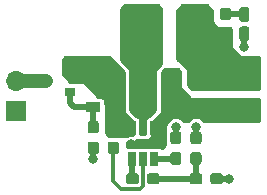
<source format=gtl>
G04 #@! TF.GenerationSoftware,KiCad,Pcbnew,(5.1.2)-1*
G04 #@! TF.CreationDate,2019-05-27T15:40:09+12:00*
G04 #@! TF.ProjectId,TinyBEC,54696e79-4245-4432-9e6b-696361645f70,rev?*
G04 #@! TF.SameCoordinates,Original*
G04 #@! TF.FileFunction,Copper,L1,Top*
G04 #@! TF.FilePolarity,Positive*
%FSLAX46Y46*%
G04 Gerber Fmt 4.6, Leading zero omitted, Abs format (unit mm)*
G04 Created by KiCad (PCBNEW (5.1.2)-1) date 2019-05-27 15:40:09*
%MOMM*%
%LPD*%
G04 APERTURE LIST*
%ADD10C,0.100000*%
%ADD11C,0.950000*%
%ADD12C,1.300000*%
%ADD13R,1.200000X0.900000*%
%ADD14C,0.850000*%
%ADD15R,1.700000X1.700000*%
%ADD16O,1.700000X1.700000*%
%ADD17R,2.400000X4.200000*%
%ADD18R,0.900000X0.800000*%
%ADD19R,0.650000X1.220000*%
%ADD20C,1.150000*%
%ADD21C,0.800000*%
%ADD22C,0.650000*%
%ADD23C,0.500000*%
%ADD24C,1.200000*%
%ADD25C,0.300000*%
%ADD26C,0.250000*%
G04 APERTURE END LIST*
D10*
G36*
X126560779Y-107001144D02*
G01*
X126583834Y-107004563D01*
X126606443Y-107010227D01*
X126628387Y-107018079D01*
X126649457Y-107028044D01*
X126669448Y-107040026D01*
X126688168Y-107053910D01*
X126705438Y-107069562D01*
X126721090Y-107086832D01*
X126734974Y-107105552D01*
X126746956Y-107125543D01*
X126756921Y-107146613D01*
X126764773Y-107168557D01*
X126770437Y-107191166D01*
X126773856Y-107214221D01*
X126775000Y-107237500D01*
X126775000Y-107812500D01*
X126773856Y-107835779D01*
X126770437Y-107858834D01*
X126764773Y-107881443D01*
X126756921Y-107903387D01*
X126746956Y-107924457D01*
X126734974Y-107944448D01*
X126721090Y-107963168D01*
X126705438Y-107980438D01*
X126688168Y-107996090D01*
X126669448Y-108009974D01*
X126649457Y-108021956D01*
X126628387Y-108031921D01*
X126606443Y-108039773D01*
X126583834Y-108045437D01*
X126560779Y-108048856D01*
X126537500Y-108050000D01*
X126062500Y-108050000D01*
X126039221Y-108048856D01*
X126016166Y-108045437D01*
X125993557Y-108039773D01*
X125971613Y-108031921D01*
X125950543Y-108021956D01*
X125930552Y-108009974D01*
X125911832Y-107996090D01*
X125894562Y-107980438D01*
X125878910Y-107963168D01*
X125865026Y-107944448D01*
X125853044Y-107924457D01*
X125843079Y-107903387D01*
X125835227Y-107881443D01*
X125829563Y-107858834D01*
X125826144Y-107835779D01*
X125825000Y-107812500D01*
X125825000Y-107237500D01*
X125826144Y-107214221D01*
X125829563Y-107191166D01*
X125835227Y-107168557D01*
X125843079Y-107146613D01*
X125853044Y-107125543D01*
X125865026Y-107105552D01*
X125878910Y-107086832D01*
X125894562Y-107069562D01*
X125911832Y-107053910D01*
X125930552Y-107040026D01*
X125950543Y-107028044D01*
X125971613Y-107018079D01*
X125993557Y-107010227D01*
X126016166Y-107004563D01*
X126039221Y-107001144D01*
X126062500Y-107000000D01*
X126537500Y-107000000D01*
X126560779Y-107001144D01*
X126560779Y-107001144D01*
G37*
D11*
X126300000Y-107525000D03*
D10*
G36*
X126560779Y-108751144D02*
G01*
X126583834Y-108754563D01*
X126606443Y-108760227D01*
X126628387Y-108768079D01*
X126649457Y-108778044D01*
X126669448Y-108790026D01*
X126688168Y-108803910D01*
X126705438Y-108819562D01*
X126721090Y-108836832D01*
X126734974Y-108855552D01*
X126746956Y-108875543D01*
X126756921Y-108896613D01*
X126764773Y-108918557D01*
X126770437Y-108941166D01*
X126773856Y-108964221D01*
X126775000Y-108987500D01*
X126775000Y-109562500D01*
X126773856Y-109585779D01*
X126770437Y-109608834D01*
X126764773Y-109631443D01*
X126756921Y-109653387D01*
X126746956Y-109674457D01*
X126734974Y-109694448D01*
X126721090Y-109713168D01*
X126705438Y-109730438D01*
X126688168Y-109746090D01*
X126669448Y-109759974D01*
X126649457Y-109771956D01*
X126628387Y-109781921D01*
X126606443Y-109789773D01*
X126583834Y-109795437D01*
X126560779Y-109798856D01*
X126537500Y-109800000D01*
X126062500Y-109800000D01*
X126039221Y-109798856D01*
X126016166Y-109795437D01*
X125993557Y-109789773D01*
X125971613Y-109781921D01*
X125950543Y-109771956D01*
X125930552Y-109759974D01*
X125911832Y-109746090D01*
X125894562Y-109730438D01*
X125878910Y-109713168D01*
X125865026Y-109694448D01*
X125853044Y-109674457D01*
X125843079Y-109653387D01*
X125835227Y-109631443D01*
X125829563Y-109608834D01*
X125826144Y-109585779D01*
X125825000Y-109562500D01*
X125825000Y-108987500D01*
X125826144Y-108964221D01*
X125829563Y-108941166D01*
X125835227Y-108918557D01*
X125843079Y-108896613D01*
X125853044Y-108875543D01*
X125865026Y-108855552D01*
X125878910Y-108836832D01*
X125894562Y-108819562D01*
X125911832Y-108803910D01*
X125930552Y-108790026D01*
X125950543Y-108778044D01*
X125971613Y-108768079D01*
X125993557Y-108760227D01*
X126016166Y-108754563D01*
X126039221Y-108751144D01*
X126062500Y-108750000D01*
X126537500Y-108750000D01*
X126560779Y-108751144D01*
X126560779Y-108751144D01*
G37*
D11*
X126300000Y-109275000D03*
D10*
G36*
X121699504Y-101901204D02*
G01*
X121723773Y-101904804D01*
X121747571Y-101910765D01*
X121770671Y-101919030D01*
X121792849Y-101929520D01*
X121813893Y-101942133D01*
X121833598Y-101956747D01*
X121851777Y-101973223D01*
X121868253Y-101991402D01*
X121882867Y-102011107D01*
X121895480Y-102032151D01*
X121905970Y-102054329D01*
X121914235Y-102077429D01*
X121920196Y-102101227D01*
X121923796Y-102125496D01*
X121925000Y-102150000D01*
X121925000Y-105050000D01*
X121923796Y-105074504D01*
X121920196Y-105098773D01*
X121914235Y-105122571D01*
X121905970Y-105145671D01*
X121895480Y-105167849D01*
X121882867Y-105188893D01*
X121868253Y-105208598D01*
X121851777Y-105226777D01*
X121833598Y-105243253D01*
X121813893Y-105257867D01*
X121792849Y-105270480D01*
X121770671Y-105280970D01*
X121747571Y-105289235D01*
X121723773Y-105295196D01*
X121699504Y-105298796D01*
X121675000Y-105300000D01*
X120875000Y-105300000D01*
X120850496Y-105298796D01*
X120826227Y-105295196D01*
X120802429Y-105289235D01*
X120779329Y-105280970D01*
X120757151Y-105270480D01*
X120736107Y-105257867D01*
X120716402Y-105243253D01*
X120698223Y-105226777D01*
X120681747Y-105208598D01*
X120667133Y-105188893D01*
X120654520Y-105167849D01*
X120644030Y-105145671D01*
X120635765Y-105122571D01*
X120629804Y-105098773D01*
X120626204Y-105074504D01*
X120625000Y-105050000D01*
X120625000Y-102150000D01*
X120626204Y-102125496D01*
X120629804Y-102101227D01*
X120635765Y-102077429D01*
X120644030Y-102054329D01*
X120654520Y-102032151D01*
X120667133Y-102011107D01*
X120681747Y-101991402D01*
X120698223Y-101973223D01*
X120716402Y-101956747D01*
X120736107Y-101942133D01*
X120757151Y-101929520D01*
X120779329Y-101919030D01*
X120802429Y-101910765D01*
X120826227Y-101904804D01*
X120850496Y-101901204D01*
X120875000Y-101900000D01*
X121675000Y-101900000D01*
X121699504Y-101901204D01*
X121699504Y-101901204D01*
G37*
D12*
X121275000Y-103600000D03*
D10*
G36*
X126149504Y-101901204D02*
G01*
X126173773Y-101904804D01*
X126197571Y-101910765D01*
X126220671Y-101919030D01*
X126242849Y-101929520D01*
X126263893Y-101942133D01*
X126283598Y-101956747D01*
X126301777Y-101973223D01*
X126318253Y-101991402D01*
X126332867Y-102011107D01*
X126345480Y-102032151D01*
X126355970Y-102054329D01*
X126364235Y-102077429D01*
X126370196Y-102101227D01*
X126373796Y-102125496D01*
X126375000Y-102150000D01*
X126375000Y-105050000D01*
X126373796Y-105074504D01*
X126370196Y-105098773D01*
X126364235Y-105122571D01*
X126355970Y-105145671D01*
X126345480Y-105167849D01*
X126332867Y-105188893D01*
X126318253Y-105208598D01*
X126301777Y-105226777D01*
X126283598Y-105243253D01*
X126263893Y-105257867D01*
X126242849Y-105270480D01*
X126220671Y-105280970D01*
X126197571Y-105289235D01*
X126173773Y-105295196D01*
X126149504Y-105298796D01*
X126125000Y-105300000D01*
X125325000Y-105300000D01*
X125300496Y-105298796D01*
X125276227Y-105295196D01*
X125252429Y-105289235D01*
X125229329Y-105280970D01*
X125207151Y-105270480D01*
X125186107Y-105257867D01*
X125166402Y-105243253D01*
X125148223Y-105226777D01*
X125131747Y-105208598D01*
X125117133Y-105188893D01*
X125104520Y-105167849D01*
X125094030Y-105145671D01*
X125085765Y-105122571D01*
X125079804Y-105098773D01*
X125076204Y-105074504D01*
X125075000Y-105050000D01*
X125075000Y-102150000D01*
X125076204Y-102125496D01*
X125079804Y-102101227D01*
X125085765Y-102077429D01*
X125094030Y-102054329D01*
X125104520Y-102032151D01*
X125117133Y-102011107D01*
X125131747Y-101991402D01*
X125148223Y-101973223D01*
X125166402Y-101956747D01*
X125186107Y-101942133D01*
X125207151Y-101929520D01*
X125229329Y-101919030D01*
X125252429Y-101910765D01*
X125276227Y-101904804D01*
X125300496Y-101901204D01*
X125325000Y-101900000D01*
X126125000Y-101900000D01*
X126149504Y-101901204D01*
X126149504Y-101901204D01*
G37*
D12*
X125725000Y-103600000D03*
D13*
X119300000Y-101650000D03*
X119300000Y-104950000D03*
D10*
G36*
X132333329Y-98101023D02*
G01*
X132353957Y-98104083D01*
X132374185Y-98109150D01*
X132393820Y-98116176D01*
X132412672Y-98125092D01*
X132430559Y-98135813D01*
X132447309Y-98148235D01*
X132462760Y-98162240D01*
X132476765Y-98177691D01*
X132489187Y-98194441D01*
X132499908Y-98212328D01*
X132508824Y-98231180D01*
X132515850Y-98250815D01*
X132520917Y-98271043D01*
X132523977Y-98291671D01*
X132525000Y-98312500D01*
X132525000Y-99112500D01*
X132523977Y-99133329D01*
X132520917Y-99153957D01*
X132515850Y-99174185D01*
X132508824Y-99193820D01*
X132499908Y-99212672D01*
X132489187Y-99230559D01*
X132476765Y-99247309D01*
X132462760Y-99262760D01*
X132447309Y-99276765D01*
X132430559Y-99289187D01*
X132412672Y-99299908D01*
X132393820Y-99308824D01*
X132374185Y-99315850D01*
X132353957Y-99320917D01*
X132333329Y-99323977D01*
X132312500Y-99325000D01*
X131887500Y-99325000D01*
X131866671Y-99323977D01*
X131846043Y-99320917D01*
X131825815Y-99315850D01*
X131806180Y-99308824D01*
X131787328Y-99299908D01*
X131769441Y-99289187D01*
X131752691Y-99276765D01*
X131737240Y-99262760D01*
X131723235Y-99247309D01*
X131710813Y-99230559D01*
X131700092Y-99212672D01*
X131691176Y-99193820D01*
X131684150Y-99174185D01*
X131679083Y-99153957D01*
X131676023Y-99133329D01*
X131675000Y-99112500D01*
X131675000Y-98312500D01*
X131676023Y-98291671D01*
X131679083Y-98271043D01*
X131684150Y-98250815D01*
X131691176Y-98231180D01*
X131700092Y-98212328D01*
X131710813Y-98194441D01*
X131723235Y-98177691D01*
X131737240Y-98162240D01*
X131752691Y-98148235D01*
X131769441Y-98135813D01*
X131787328Y-98125092D01*
X131806180Y-98116176D01*
X131825815Y-98109150D01*
X131846043Y-98104083D01*
X131866671Y-98101023D01*
X131887500Y-98100000D01*
X132312500Y-98100000D01*
X132333329Y-98101023D01*
X132333329Y-98101023D01*
G37*
D14*
X132100000Y-98712500D03*
D10*
G36*
X132333329Y-96476023D02*
G01*
X132353957Y-96479083D01*
X132374185Y-96484150D01*
X132393820Y-96491176D01*
X132412672Y-96500092D01*
X132430559Y-96510813D01*
X132447309Y-96523235D01*
X132462760Y-96537240D01*
X132476765Y-96552691D01*
X132489187Y-96569441D01*
X132499908Y-96587328D01*
X132508824Y-96606180D01*
X132515850Y-96625815D01*
X132520917Y-96646043D01*
X132523977Y-96666671D01*
X132525000Y-96687500D01*
X132525000Y-97487500D01*
X132523977Y-97508329D01*
X132520917Y-97528957D01*
X132515850Y-97549185D01*
X132508824Y-97568820D01*
X132499908Y-97587672D01*
X132489187Y-97605559D01*
X132476765Y-97622309D01*
X132462760Y-97637760D01*
X132447309Y-97651765D01*
X132430559Y-97664187D01*
X132412672Y-97674908D01*
X132393820Y-97683824D01*
X132374185Y-97690850D01*
X132353957Y-97695917D01*
X132333329Y-97698977D01*
X132312500Y-97700000D01*
X131887500Y-97700000D01*
X131866671Y-97698977D01*
X131846043Y-97695917D01*
X131825815Y-97690850D01*
X131806180Y-97683824D01*
X131787328Y-97674908D01*
X131769441Y-97664187D01*
X131752691Y-97651765D01*
X131737240Y-97637760D01*
X131723235Y-97622309D01*
X131710813Y-97605559D01*
X131700092Y-97587672D01*
X131691176Y-97568820D01*
X131684150Y-97549185D01*
X131679083Y-97528957D01*
X131676023Y-97508329D01*
X131675000Y-97487500D01*
X131675000Y-96687500D01*
X131676023Y-96666671D01*
X131679083Y-96646043D01*
X131684150Y-96625815D01*
X131691176Y-96606180D01*
X131700092Y-96587328D01*
X131710813Y-96569441D01*
X131723235Y-96552691D01*
X131737240Y-96537240D01*
X131752691Y-96523235D01*
X131769441Y-96510813D01*
X131787328Y-96500092D01*
X131806180Y-96491176D01*
X131825815Y-96484150D01*
X131846043Y-96479083D01*
X131866671Y-96476023D01*
X131887500Y-96475000D01*
X132312500Y-96475000D01*
X132333329Y-96476023D01*
X132333329Y-96476023D01*
G37*
D14*
X132100000Y-97087500D03*
D15*
X112800000Y-105300000D03*
D16*
X112800000Y-102760000D03*
X132100000Y-102760000D03*
D15*
X132100000Y-105300000D03*
D17*
X123450000Y-98800000D03*
X127950000Y-98800000D03*
D18*
X117300000Y-103650000D03*
X117300000Y-101750000D03*
X115300000Y-102700000D03*
D10*
G36*
X121260779Y-106101144D02*
G01*
X121283834Y-106104563D01*
X121306443Y-106110227D01*
X121328387Y-106118079D01*
X121349457Y-106128044D01*
X121369448Y-106140026D01*
X121388168Y-106153910D01*
X121405438Y-106169562D01*
X121421090Y-106186832D01*
X121434974Y-106205552D01*
X121446956Y-106225543D01*
X121456921Y-106246613D01*
X121464773Y-106268557D01*
X121470437Y-106291166D01*
X121473856Y-106314221D01*
X121475000Y-106337500D01*
X121475000Y-106912500D01*
X121473856Y-106935779D01*
X121470437Y-106958834D01*
X121464773Y-106981443D01*
X121456921Y-107003387D01*
X121446956Y-107024457D01*
X121434974Y-107044448D01*
X121421090Y-107063168D01*
X121405438Y-107080438D01*
X121388168Y-107096090D01*
X121369448Y-107109974D01*
X121349457Y-107121956D01*
X121328387Y-107131921D01*
X121306443Y-107139773D01*
X121283834Y-107145437D01*
X121260779Y-107148856D01*
X121237500Y-107150000D01*
X120762500Y-107150000D01*
X120739221Y-107148856D01*
X120716166Y-107145437D01*
X120693557Y-107139773D01*
X120671613Y-107131921D01*
X120650543Y-107121956D01*
X120630552Y-107109974D01*
X120611832Y-107096090D01*
X120594562Y-107080438D01*
X120578910Y-107063168D01*
X120565026Y-107044448D01*
X120553044Y-107024457D01*
X120543079Y-107003387D01*
X120535227Y-106981443D01*
X120529563Y-106958834D01*
X120526144Y-106935779D01*
X120525000Y-106912500D01*
X120525000Y-106337500D01*
X120526144Y-106314221D01*
X120529563Y-106291166D01*
X120535227Y-106268557D01*
X120543079Y-106246613D01*
X120553044Y-106225543D01*
X120565026Y-106205552D01*
X120578910Y-106186832D01*
X120594562Y-106169562D01*
X120611832Y-106153910D01*
X120630552Y-106140026D01*
X120650543Y-106128044D01*
X120671613Y-106118079D01*
X120693557Y-106110227D01*
X120716166Y-106104563D01*
X120739221Y-106101144D01*
X120762500Y-106100000D01*
X121237500Y-106100000D01*
X121260779Y-106101144D01*
X121260779Y-106101144D01*
G37*
D11*
X121000000Y-106625000D03*
D10*
G36*
X121260779Y-107851144D02*
G01*
X121283834Y-107854563D01*
X121306443Y-107860227D01*
X121328387Y-107868079D01*
X121349457Y-107878044D01*
X121369448Y-107890026D01*
X121388168Y-107903910D01*
X121405438Y-107919562D01*
X121421090Y-107936832D01*
X121434974Y-107955552D01*
X121446956Y-107975543D01*
X121456921Y-107996613D01*
X121464773Y-108018557D01*
X121470437Y-108041166D01*
X121473856Y-108064221D01*
X121475000Y-108087500D01*
X121475000Y-108662500D01*
X121473856Y-108685779D01*
X121470437Y-108708834D01*
X121464773Y-108731443D01*
X121456921Y-108753387D01*
X121446956Y-108774457D01*
X121434974Y-108794448D01*
X121421090Y-108813168D01*
X121405438Y-108830438D01*
X121388168Y-108846090D01*
X121369448Y-108859974D01*
X121349457Y-108871956D01*
X121328387Y-108881921D01*
X121306443Y-108889773D01*
X121283834Y-108895437D01*
X121260779Y-108898856D01*
X121237500Y-108900000D01*
X120762500Y-108900000D01*
X120739221Y-108898856D01*
X120716166Y-108895437D01*
X120693557Y-108889773D01*
X120671613Y-108881921D01*
X120650543Y-108871956D01*
X120630552Y-108859974D01*
X120611832Y-108846090D01*
X120594562Y-108830438D01*
X120578910Y-108813168D01*
X120565026Y-108794448D01*
X120553044Y-108774457D01*
X120543079Y-108753387D01*
X120535227Y-108731443D01*
X120529563Y-108708834D01*
X120526144Y-108685779D01*
X120525000Y-108662500D01*
X120525000Y-108087500D01*
X120526144Y-108064221D01*
X120529563Y-108041166D01*
X120535227Y-108018557D01*
X120543079Y-107996613D01*
X120553044Y-107975543D01*
X120565026Y-107955552D01*
X120578910Y-107936832D01*
X120594562Y-107919562D01*
X120611832Y-107903910D01*
X120630552Y-107890026D01*
X120650543Y-107878044D01*
X120671613Y-107868079D01*
X120693557Y-107860227D01*
X120716166Y-107854563D01*
X120739221Y-107851144D01*
X120762500Y-107850000D01*
X121237500Y-107850000D01*
X121260779Y-107851144D01*
X121260779Y-107851144D01*
G37*
D11*
X121000000Y-108375000D03*
D10*
G36*
X122935779Y-110526144D02*
G01*
X122958834Y-110529563D01*
X122981443Y-110535227D01*
X123003387Y-110543079D01*
X123024457Y-110553044D01*
X123044448Y-110565026D01*
X123063168Y-110578910D01*
X123080438Y-110594562D01*
X123096090Y-110611832D01*
X123109974Y-110630552D01*
X123121956Y-110650543D01*
X123131921Y-110671613D01*
X123139773Y-110693557D01*
X123145437Y-110716166D01*
X123148856Y-110739221D01*
X123150000Y-110762500D01*
X123150000Y-111237500D01*
X123148856Y-111260779D01*
X123145437Y-111283834D01*
X123139773Y-111306443D01*
X123131921Y-111328387D01*
X123121956Y-111349457D01*
X123109974Y-111369448D01*
X123096090Y-111388168D01*
X123080438Y-111405438D01*
X123063168Y-111421090D01*
X123044448Y-111434974D01*
X123024457Y-111446956D01*
X123003387Y-111456921D01*
X122981443Y-111464773D01*
X122958834Y-111470437D01*
X122935779Y-111473856D01*
X122912500Y-111475000D01*
X122337500Y-111475000D01*
X122314221Y-111473856D01*
X122291166Y-111470437D01*
X122268557Y-111464773D01*
X122246613Y-111456921D01*
X122225543Y-111446956D01*
X122205552Y-111434974D01*
X122186832Y-111421090D01*
X122169562Y-111405438D01*
X122153910Y-111388168D01*
X122140026Y-111369448D01*
X122128044Y-111349457D01*
X122118079Y-111328387D01*
X122110227Y-111306443D01*
X122104563Y-111283834D01*
X122101144Y-111260779D01*
X122100000Y-111237500D01*
X122100000Y-110762500D01*
X122101144Y-110739221D01*
X122104563Y-110716166D01*
X122110227Y-110693557D01*
X122118079Y-110671613D01*
X122128044Y-110650543D01*
X122140026Y-110630552D01*
X122153910Y-110611832D01*
X122169562Y-110594562D01*
X122186832Y-110578910D01*
X122205552Y-110565026D01*
X122225543Y-110553044D01*
X122246613Y-110543079D01*
X122268557Y-110535227D01*
X122291166Y-110529563D01*
X122314221Y-110526144D01*
X122337500Y-110525000D01*
X122912500Y-110525000D01*
X122935779Y-110526144D01*
X122935779Y-110526144D01*
G37*
D11*
X122625000Y-111000000D03*
D10*
G36*
X124685779Y-110526144D02*
G01*
X124708834Y-110529563D01*
X124731443Y-110535227D01*
X124753387Y-110543079D01*
X124774457Y-110553044D01*
X124794448Y-110565026D01*
X124813168Y-110578910D01*
X124830438Y-110594562D01*
X124846090Y-110611832D01*
X124859974Y-110630552D01*
X124871956Y-110650543D01*
X124881921Y-110671613D01*
X124889773Y-110693557D01*
X124895437Y-110716166D01*
X124898856Y-110739221D01*
X124900000Y-110762500D01*
X124900000Y-111237500D01*
X124898856Y-111260779D01*
X124895437Y-111283834D01*
X124889773Y-111306443D01*
X124881921Y-111328387D01*
X124871956Y-111349457D01*
X124859974Y-111369448D01*
X124846090Y-111388168D01*
X124830438Y-111405438D01*
X124813168Y-111421090D01*
X124794448Y-111434974D01*
X124774457Y-111446956D01*
X124753387Y-111456921D01*
X124731443Y-111464773D01*
X124708834Y-111470437D01*
X124685779Y-111473856D01*
X124662500Y-111475000D01*
X124087500Y-111475000D01*
X124064221Y-111473856D01*
X124041166Y-111470437D01*
X124018557Y-111464773D01*
X123996613Y-111456921D01*
X123975543Y-111446956D01*
X123955552Y-111434974D01*
X123936832Y-111421090D01*
X123919562Y-111405438D01*
X123903910Y-111388168D01*
X123890026Y-111369448D01*
X123878044Y-111349457D01*
X123868079Y-111328387D01*
X123860227Y-111306443D01*
X123854563Y-111283834D01*
X123851144Y-111260779D01*
X123850000Y-111237500D01*
X123850000Y-110762500D01*
X123851144Y-110739221D01*
X123854563Y-110716166D01*
X123860227Y-110693557D01*
X123868079Y-110671613D01*
X123878044Y-110650543D01*
X123890026Y-110630552D01*
X123903910Y-110611832D01*
X123919562Y-110594562D01*
X123936832Y-110578910D01*
X123955552Y-110565026D01*
X123975543Y-110553044D01*
X123996613Y-110543079D01*
X124018557Y-110535227D01*
X124041166Y-110529563D01*
X124064221Y-110526144D01*
X124087500Y-110525000D01*
X124662500Y-110525000D01*
X124685779Y-110526144D01*
X124685779Y-110526144D01*
G37*
D11*
X124375000Y-111000000D03*
D10*
G36*
X128260779Y-107001144D02*
G01*
X128283834Y-107004563D01*
X128306443Y-107010227D01*
X128328387Y-107018079D01*
X128349457Y-107028044D01*
X128369448Y-107040026D01*
X128388168Y-107053910D01*
X128405438Y-107069562D01*
X128421090Y-107086832D01*
X128434974Y-107105552D01*
X128446956Y-107125543D01*
X128456921Y-107146613D01*
X128464773Y-107168557D01*
X128470437Y-107191166D01*
X128473856Y-107214221D01*
X128475000Y-107237500D01*
X128475000Y-107812500D01*
X128473856Y-107835779D01*
X128470437Y-107858834D01*
X128464773Y-107881443D01*
X128456921Y-107903387D01*
X128446956Y-107924457D01*
X128434974Y-107944448D01*
X128421090Y-107963168D01*
X128405438Y-107980438D01*
X128388168Y-107996090D01*
X128369448Y-108009974D01*
X128349457Y-108021956D01*
X128328387Y-108031921D01*
X128306443Y-108039773D01*
X128283834Y-108045437D01*
X128260779Y-108048856D01*
X128237500Y-108050000D01*
X127762500Y-108050000D01*
X127739221Y-108048856D01*
X127716166Y-108045437D01*
X127693557Y-108039773D01*
X127671613Y-108031921D01*
X127650543Y-108021956D01*
X127630552Y-108009974D01*
X127611832Y-107996090D01*
X127594562Y-107980438D01*
X127578910Y-107963168D01*
X127565026Y-107944448D01*
X127553044Y-107924457D01*
X127543079Y-107903387D01*
X127535227Y-107881443D01*
X127529563Y-107858834D01*
X127526144Y-107835779D01*
X127525000Y-107812500D01*
X127525000Y-107237500D01*
X127526144Y-107214221D01*
X127529563Y-107191166D01*
X127535227Y-107168557D01*
X127543079Y-107146613D01*
X127553044Y-107125543D01*
X127565026Y-107105552D01*
X127578910Y-107086832D01*
X127594562Y-107069562D01*
X127611832Y-107053910D01*
X127630552Y-107040026D01*
X127650543Y-107028044D01*
X127671613Y-107018079D01*
X127693557Y-107010227D01*
X127716166Y-107004563D01*
X127739221Y-107001144D01*
X127762500Y-107000000D01*
X128237500Y-107000000D01*
X128260779Y-107001144D01*
X128260779Y-107001144D01*
G37*
D11*
X128000000Y-107525000D03*
D10*
G36*
X128260779Y-108751144D02*
G01*
X128283834Y-108754563D01*
X128306443Y-108760227D01*
X128328387Y-108768079D01*
X128349457Y-108778044D01*
X128369448Y-108790026D01*
X128388168Y-108803910D01*
X128405438Y-108819562D01*
X128421090Y-108836832D01*
X128434974Y-108855552D01*
X128446956Y-108875543D01*
X128456921Y-108896613D01*
X128464773Y-108918557D01*
X128470437Y-108941166D01*
X128473856Y-108964221D01*
X128475000Y-108987500D01*
X128475000Y-109562500D01*
X128473856Y-109585779D01*
X128470437Y-109608834D01*
X128464773Y-109631443D01*
X128456921Y-109653387D01*
X128446956Y-109674457D01*
X128434974Y-109694448D01*
X128421090Y-109713168D01*
X128405438Y-109730438D01*
X128388168Y-109746090D01*
X128369448Y-109759974D01*
X128349457Y-109771956D01*
X128328387Y-109781921D01*
X128306443Y-109789773D01*
X128283834Y-109795437D01*
X128260779Y-109798856D01*
X128237500Y-109800000D01*
X127762500Y-109800000D01*
X127739221Y-109798856D01*
X127716166Y-109795437D01*
X127693557Y-109789773D01*
X127671613Y-109781921D01*
X127650543Y-109771956D01*
X127630552Y-109759974D01*
X127611832Y-109746090D01*
X127594562Y-109730438D01*
X127578910Y-109713168D01*
X127565026Y-109694448D01*
X127553044Y-109674457D01*
X127543079Y-109653387D01*
X127535227Y-109631443D01*
X127529563Y-109608834D01*
X127526144Y-109585779D01*
X127525000Y-109562500D01*
X127525000Y-108987500D01*
X127526144Y-108964221D01*
X127529563Y-108941166D01*
X127535227Y-108918557D01*
X127543079Y-108896613D01*
X127553044Y-108875543D01*
X127565026Y-108855552D01*
X127578910Y-108836832D01*
X127594562Y-108819562D01*
X127611832Y-108803910D01*
X127630552Y-108790026D01*
X127650543Y-108778044D01*
X127671613Y-108768079D01*
X127693557Y-108760227D01*
X127716166Y-108754563D01*
X127739221Y-108751144D01*
X127762500Y-108750000D01*
X128237500Y-108750000D01*
X128260779Y-108751144D01*
X128260779Y-108751144D01*
G37*
D11*
X128000000Y-109275000D03*
D10*
G36*
X130760779Y-96526144D02*
G01*
X130783834Y-96529563D01*
X130806443Y-96535227D01*
X130828387Y-96543079D01*
X130849457Y-96553044D01*
X130869448Y-96565026D01*
X130888168Y-96578910D01*
X130905438Y-96594562D01*
X130921090Y-96611832D01*
X130934974Y-96630552D01*
X130946956Y-96650543D01*
X130956921Y-96671613D01*
X130964773Y-96693557D01*
X130970437Y-96716166D01*
X130973856Y-96739221D01*
X130975000Y-96762500D01*
X130975000Y-97337500D01*
X130973856Y-97360779D01*
X130970437Y-97383834D01*
X130964773Y-97406443D01*
X130956921Y-97428387D01*
X130946956Y-97449457D01*
X130934974Y-97469448D01*
X130921090Y-97488168D01*
X130905438Y-97505438D01*
X130888168Y-97521090D01*
X130869448Y-97534974D01*
X130849457Y-97546956D01*
X130828387Y-97556921D01*
X130806443Y-97564773D01*
X130783834Y-97570437D01*
X130760779Y-97573856D01*
X130737500Y-97575000D01*
X130262500Y-97575000D01*
X130239221Y-97573856D01*
X130216166Y-97570437D01*
X130193557Y-97564773D01*
X130171613Y-97556921D01*
X130150543Y-97546956D01*
X130130552Y-97534974D01*
X130111832Y-97521090D01*
X130094562Y-97505438D01*
X130078910Y-97488168D01*
X130065026Y-97469448D01*
X130053044Y-97449457D01*
X130043079Y-97428387D01*
X130035227Y-97406443D01*
X130029563Y-97383834D01*
X130026144Y-97360779D01*
X130025000Y-97337500D01*
X130025000Y-96762500D01*
X130026144Y-96739221D01*
X130029563Y-96716166D01*
X130035227Y-96693557D01*
X130043079Y-96671613D01*
X130053044Y-96650543D01*
X130065026Y-96630552D01*
X130078910Y-96611832D01*
X130094562Y-96594562D01*
X130111832Y-96578910D01*
X130130552Y-96565026D01*
X130150543Y-96553044D01*
X130171613Y-96543079D01*
X130193557Y-96535227D01*
X130216166Y-96529563D01*
X130239221Y-96526144D01*
X130262500Y-96525000D01*
X130737500Y-96525000D01*
X130760779Y-96526144D01*
X130760779Y-96526144D01*
G37*
D11*
X130500000Y-97050000D03*
D10*
G36*
X130760779Y-98276144D02*
G01*
X130783834Y-98279563D01*
X130806443Y-98285227D01*
X130828387Y-98293079D01*
X130849457Y-98303044D01*
X130869448Y-98315026D01*
X130888168Y-98328910D01*
X130905438Y-98344562D01*
X130921090Y-98361832D01*
X130934974Y-98380552D01*
X130946956Y-98400543D01*
X130956921Y-98421613D01*
X130964773Y-98443557D01*
X130970437Y-98466166D01*
X130973856Y-98489221D01*
X130975000Y-98512500D01*
X130975000Y-99087500D01*
X130973856Y-99110779D01*
X130970437Y-99133834D01*
X130964773Y-99156443D01*
X130956921Y-99178387D01*
X130946956Y-99199457D01*
X130934974Y-99219448D01*
X130921090Y-99238168D01*
X130905438Y-99255438D01*
X130888168Y-99271090D01*
X130869448Y-99284974D01*
X130849457Y-99296956D01*
X130828387Y-99306921D01*
X130806443Y-99314773D01*
X130783834Y-99320437D01*
X130760779Y-99323856D01*
X130737500Y-99325000D01*
X130262500Y-99325000D01*
X130239221Y-99323856D01*
X130216166Y-99320437D01*
X130193557Y-99314773D01*
X130171613Y-99306921D01*
X130150543Y-99296956D01*
X130130552Y-99284974D01*
X130111832Y-99271090D01*
X130094562Y-99255438D01*
X130078910Y-99238168D01*
X130065026Y-99219448D01*
X130053044Y-99199457D01*
X130043079Y-99178387D01*
X130035227Y-99156443D01*
X130029563Y-99133834D01*
X130026144Y-99110779D01*
X130025000Y-99087500D01*
X130025000Y-98512500D01*
X130026144Y-98489221D01*
X130029563Y-98466166D01*
X130035227Y-98443557D01*
X130043079Y-98421613D01*
X130053044Y-98400543D01*
X130065026Y-98380552D01*
X130078910Y-98361832D01*
X130094562Y-98344562D01*
X130111832Y-98328910D01*
X130130552Y-98315026D01*
X130150543Y-98303044D01*
X130171613Y-98293079D01*
X130193557Y-98285227D01*
X130216166Y-98279563D01*
X130239221Y-98276144D01*
X130262500Y-98275000D01*
X130737500Y-98275000D01*
X130760779Y-98276144D01*
X130760779Y-98276144D01*
G37*
D11*
X130500000Y-98800000D03*
D10*
G36*
X128310779Y-110526144D02*
G01*
X128333834Y-110529563D01*
X128356443Y-110535227D01*
X128378387Y-110543079D01*
X128399457Y-110553044D01*
X128419448Y-110565026D01*
X128438168Y-110578910D01*
X128455438Y-110594562D01*
X128471090Y-110611832D01*
X128484974Y-110630552D01*
X128496956Y-110650543D01*
X128506921Y-110671613D01*
X128514773Y-110693557D01*
X128520437Y-110716166D01*
X128523856Y-110739221D01*
X128525000Y-110762500D01*
X128525000Y-111237500D01*
X128523856Y-111260779D01*
X128520437Y-111283834D01*
X128514773Y-111306443D01*
X128506921Y-111328387D01*
X128496956Y-111349457D01*
X128484974Y-111369448D01*
X128471090Y-111388168D01*
X128455438Y-111405438D01*
X128438168Y-111421090D01*
X128419448Y-111434974D01*
X128399457Y-111446956D01*
X128378387Y-111456921D01*
X128356443Y-111464773D01*
X128333834Y-111470437D01*
X128310779Y-111473856D01*
X128287500Y-111475000D01*
X127712500Y-111475000D01*
X127689221Y-111473856D01*
X127666166Y-111470437D01*
X127643557Y-111464773D01*
X127621613Y-111456921D01*
X127600543Y-111446956D01*
X127580552Y-111434974D01*
X127561832Y-111421090D01*
X127544562Y-111405438D01*
X127528910Y-111388168D01*
X127515026Y-111369448D01*
X127503044Y-111349457D01*
X127493079Y-111328387D01*
X127485227Y-111306443D01*
X127479563Y-111283834D01*
X127476144Y-111260779D01*
X127475000Y-111237500D01*
X127475000Y-110762500D01*
X127476144Y-110739221D01*
X127479563Y-110716166D01*
X127485227Y-110693557D01*
X127493079Y-110671613D01*
X127503044Y-110650543D01*
X127515026Y-110630552D01*
X127528910Y-110611832D01*
X127544562Y-110594562D01*
X127561832Y-110578910D01*
X127580552Y-110565026D01*
X127600543Y-110553044D01*
X127621613Y-110543079D01*
X127643557Y-110535227D01*
X127666166Y-110529563D01*
X127689221Y-110526144D01*
X127712500Y-110525000D01*
X128287500Y-110525000D01*
X128310779Y-110526144D01*
X128310779Y-110526144D01*
G37*
D11*
X128000000Y-111000000D03*
D10*
G36*
X130060779Y-110526144D02*
G01*
X130083834Y-110529563D01*
X130106443Y-110535227D01*
X130128387Y-110543079D01*
X130149457Y-110553044D01*
X130169448Y-110565026D01*
X130188168Y-110578910D01*
X130205438Y-110594562D01*
X130221090Y-110611832D01*
X130234974Y-110630552D01*
X130246956Y-110650543D01*
X130256921Y-110671613D01*
X130264773Y-110693557D01*
X130270437Y-110716166D01*
X130273856Y-110739221D01*
X130275000Y-110762500D01*
X130275000Y-111237500D01*
X130273856Y-111260779D01*
X130270437Y-111283834D01*
X130264773Y-111306443D01*
X130256921Y-111328387D01*
X130246956Y-111349457D01*
X130234974Y-111369448D01*
X130221090Y-111388168D01*
X130205438Y-111405438D01*
X130188168Y-111421090D01*
X130169448Y-111434974D01*
X130149457Y-111446956D01*
X130128387Y-111456921D01*
X130106443Y-111464773D01*
X130083834Y-111470437D01*
X130060779Y-111473856D01*
X130037500Y-111475000D01*
X129462500Y-111475000D01*
X129439221Y-111473856D01*
X129416166Y-111470437D01*
X129393557Y-111464773D01*
X129371613Y-111456921D01*
X129350543Y-111446956D01*
X129330552Y-111434974D01*
X129311832Y-111421090D01*
X129294562Y-111405438D01*
X129278910Y-111388168D01*
X129265026Y-111369448D01*
X129253044Y-111349457D01*
X129243079Y-111328387D01*
X129235227Y-111306443D01*
X129229563Y-111283834D01*
X129226144Y-111260779D01*
X129225000Y-111237500D01*
X129225000Y-110762500D01*
X129226144Y-110739221D01*
X129229563Y-110716166D01*
X129235227Y-110693557D01*
X129243079Y-110671613D01*
X129253044Y-110650543D01*
X129265026Y-110630552D01*
X129278910Y-110611832D01*
X129294562Y-110594562D01*
X129311832Y-110578910D01*
X129330552Y-110565026D01*
X129350543Y-110553044D01*
X129371613Y-110543079D01*
X129393557Y-110535227D01*
X129416166Y-110529563D01*
X129439221Y-110526144D01*
X129462500Y-110525000D01*
X130037500Y-110525000D01*
X130060779Y-110526144D01*
X130060779Y-110526144D01*
G37*
D11*
X129750000Y-111000000D03*
D10*
G36*
X119560779Y-106101144D02*
G01*
X119583834Y-106104563D01*
X119606443Y-106110227D01*
X119628387Y-106118079D01*
X119649457Y-106128044D01*
X119669448Y-106140026D01*
X119688168Y-106153910D01*
X119705438Y-106169562D01*
X119721090Y-106186832D01*
X119734974Y-106205552D01*
X119746956Y-106225543D01*
X119756921Y-106246613D01*
X119764773Y-106268557D01*
X119770437Y-106291166D01*
X119773856Y-106314221D01*
X119775000Y-106337500D01*
X119775000Y-106912500D01*
X119773856Y-106935779D01*
X119770437Y-106958834D01*
X119764773Y-106981443D01*
X119756921Y-107003387D01*
X119746956Y-107024457D01*
X119734974Y-107044448D01*
X119721090Y-107063168D01*
X119705438Y-107080438D01*
X119688168Y-107096090D01*
X119669448Y-107109974D01*
X119649457Y-107121956D01*
X119628387Y-107131921D01*
X119606443Y-107139773D01*
X119583834Y-107145437D01*
X119560779Y-107148856D01*
X119537500Y-107150000D01*
X119062500Y-107150000D01*
X119039221Y-107148856D01*
X119016166Y-107145437D01*
X118993557Y-107139773D01*
X118971613Y-107131921D01*
X118950543Y-107121956D01*
X118930552Y-107109974D01*
X118911832Y-107096090D01*
X118894562Y-107080438D01*
X118878910Y-107063168D01*
X118865026Y-107044448D01*
X118853044Y-107024457D01*
X118843079Y-107003387D01*
X118835227Y-106981443D01*
X118829563Y-106958834D01*
X118826144Y-106935779D01*
X118825000Y-106912500D01*
X118825000Y-106337500D01*
X118826144Y-106314221D01*
X118829563Y-106291166D01*
X118835227Y-106268557D01*
X118843079Y-106246613D01*
X118853044Y-106225543D01*
X118865026Y-106205552D01*
X118878910Y-106186832D01*
X118894562Y-106169562D01*
X118911832Y-106153910D01*
X118930552Y-106140026D01*
X118950543Y-106128044D01*
X118971613Y-106118079D01*
X118993557Y-106110227D01*
X119016166Y-106104563D01*
X119039221Y-106101144D01*
X119062500Y-106100000D01*
X119537500Y-106100000D01*
X119560779Y-106101144D01*
X119560779Y-106101144D01*
G37*
D11*
X119300000Y-106625000D03*
D10*
G36*
X119560779Y-107851144D02*
G01*
X119583834Y-107854563D01*
X119606443Y-107860227D01*
X119628387Y-107868079D01*
X119649457Y-107878044D01*
X119669448Y-107890026D01*
X119688168Y-107903910D01*
X119705438Y-107919562D01*
X119721090Y-107936832D01*
X119734974Y-107955552D01*
X119746956Y-107975543D01*
X119756921Y-107996613D01*
X119764773Y-108018557D01*
X119770437Y-108041166D01*
X119773856Y-108064221D01*
X119775000Y-108087500D01*
X119775000Y-108662500D01*
X119773856Y-108685779D01*
X119770437Y-108708834D01*
X119764773Y-108731443D01*
X119756921Y-108753387D01*
X119746956Y-108774457D01*
X119734974Y-108794448D01*
X119721090Y-108813168D01*
X119705438Y-108830438D01*
X119688168Y-108846090D01*
X119669448Y-108859974D01*
X119649457Y-108871956D01*
X119628387Y-108881921D01*
X119606443Y-108889773D01*
X119583834Y-108895437D01*
X119560779Y-108898856D01*
X119537500Y-108900000D01*
X119062500Y-108900000D01*
X119039221Y-108898856D01*
X119016166Y-108895437D01*
X118993557Y-108889773D01*
X118971613Y-108881921D01*
X118950543Y-108871956D01*
X118930552Y-108859974D01*
X118911832Y-108846090D01*
X118894562Y-108830438D01*
X118878910Y-108813168D01*
X118865026Y-108794448D01*
X118853044Y-108774457D01*
X118843079Y-108753387D01*
X118835227Y-108731443D01*
X118829563Y-108708834D01*
X118826144Y-108685779D01*
X118825000Y-108662500D01*
X118825000Y-108087500D01*
X118826144Y-108064221D01*
X118829563Y-108041166D01*
X118835227Y-108018557D01*
X118843079Y-107996613D01*
X118853044Y-107975543D01*
X118865026Y-107955552D01*
X118878910Y-107936832D01*
X118894562Y-107919562D01*
X118911832Y-107903910D01*
X118930552Y-107890026D01*
X118950543Y-107878044D01*
X118971613Y-107868079D01*
X118993557Y-107860227D01*
X119016166Y-107854563D01*
X119039221Y-107851144D01*
X119062500Y-107850000D01*
X119537500Y-107850000D01*
X119560779Y-107851144D01*
X119560779Y-107851144D01*
G37*
D11*
X119300000Y-108375000D03*
D19*
X124450000Y-106690000D03*
X123500000Y-106690000D03*
X122550000Y-106690000D03*
X122550000Y-109310000D03*
X123500000Y-109310000D03*
X124450000Y-109310000D03*
D10*
G36*
X128874505Y-102101204D02*
G01*
X128898773Y-102104804D01*
X128922572Y-102110765D01*
X128945671Y-102119030D01*
X128967850Y-102129520D01*
X128988893Y-102142132D01*
X129008599Y-102156747D01*
X129026777Y-102173223D01*
X129043253Y-102191401D01*
X129057868Y-102211107D01*
X129070480Y-102232150D01*
X129080970Y-102254329D01*
X129089235Y-102277428D01*
X129095196Y-102301227D01*
X129098796Y-102325495D01*
X129100000Y-102349999D01*
X129100000Y-103000001D01*
X129098796Y-103024505D01*
X129095196Y-103048773D01*
X129089235Y-103072572D01*
X129080970Y-103095671D01*
X129070480Y-103117850D01*
X129057868Y-103138893D01*
X129043253Y-103158599D01*
X129026777Y-103176777D01*
X129008599Y-103193253D01*
X128988893Y-103207868D01*
X128967850Y-103220480D01*
X128945671Y-103230970D01*
X128922572Y-103239235D01*
X128898773Y-103245196D01*
X128874505Y-103248796D01*
X128850001Y-103250000D01*
X127949999Y-103250000D01*
X127925495Y-103248796D01*
X127901227Y-103245196D01*
X127877428Y-103239235D01*
X127854329Y-103230970D01*
X127832150Y-103220480D01*
X127811107Y-103207868D01*
X127791401Y-103193253D01*
X127773223Y-103176777D01*
X127756747Y-103158599D01*
X127742132Y-103138893D01*
X127729520Y-103117850D01*
X127719030Y-103095671D01*
X127710765Y-103072572D01*
X127704804Y-103048773D01*
X127701204Y-103024505D01*
X127700000Y-103000001D01*
X127700000Y-102349999D01*
X127701204Y-102325495D01*
X127704804Y-102301227D01*
X127710765Y-102277428D01*
X127719030Y-102254329D01*
X127729520Y-102232150D01*
X127742132Y-102211107D01*
X127756747Y-102191401D01*
X127773223Y-102173223D01*
X127791401Y-102156747D01*
X127811107Y-102142132D01*
X127832150Y-102129520D01*
X127854329Y-102119030D01*
X127877428Y-102110765D01*
X127901227Y-102104804D01*
X127925495Y-102101204D01*
X127949999Y-102100000D01*
X128850001Y-102100000D01*
X128874505Y-102101204D01*
X128874505Y-102101204D01*
G37*
D20*
X128400000Y-102675000D03*
D10*
G36*
X128874505Y-104151204D02*
G01*
X128898773Y-104154804D01*
X128922572Y-104160765D01*
X128945671Y-104169030D01*
X128967850Y-104179520D01*
X128988893Y-104192132D01*
X129008599Y-104206747D01*
X129026777Y-104223223D01*
X129043253Y-104241401D01*
X129057868Y-104261107D01*
X129070480Y-104282150D01*
X129080970Y-104304329D01*
X129089235Y-104327428D01*
X129095196Y-104351227D01*
X129098796Y-104375495D01*
X129100000Y-104399999D01*
X129100000Y-105050001D01*
X129098796Y-105074505D01*
X129095196Y-105098773D01*
X129089235Y-105122572D01*
X129080970Y-105145671D01*
X129070480Y-105167850D01*
X129057868Y-105188893D01*
X129043253Y-105208599D01*
X129026777Y-105226777D01*
X129008599Y-105243253D01*
X128988893Y-105257868D01*
X128967850Y-105270480D01*
X128945671Y-105280970D01*
X128922572Y-105289235D01*
X128898773Y-105295196D01*
X128874505Y-105298796D01*
X128850001Y-105300000D01*
X127949999Y-105300000D01*
X127925495Y-105298796D01*
X127901227Y-105295196D01*
X127877428Y-105289235D01*
X127854329Y-105280970D01*
X127832150Y-105270480D01*
X127811107Y-105257868D01*
X127791401Y-105243253D01*
X127773223Y-105226777D01*
X127756747Y-105208599D01*
X127742132Y-105188893D01*
X127729520Y-105167850D01*
X127719030Y-105145671D01*
X127710765Y-105122572D01*
X127704804Y-105098773D01*
X127701204Y-105074505D01*
X127700000Y-105050001D01*
X127700000Y-104399999D01*
X127701204Y-104375495D01*
X127704804Y-104351227D01*
X127710765Y-104327428D01*
X127719030Y-104304329D01*
X127729520Y-104282150D01*
X127742132Y-104261107D01*
X127756747Y-104241401D01*
X127773223Y-104223223D01*
X127791401Y-104206747D01*
X127811107Y-104192132D01*
X127832150Y-104179520D01*
X127854329Y-104169030D01*
X127877428Y-104160765D01*
X127901227Y-104154804D01*
X127925495Y-104151204D01*
X127949999Y-104150000D01*
X128850001Y-104150000D01*
X128874505Y-104151204D01*
X128874505Y-104151204D01*
G37*
D20*
X128400000Y-104725000D03*
D21*
X126300000Y-106600000D03*
X123500000Y-104200000D03*
X119300000Y-109300000D03*
X130800000Y-111000000D03*
X132100000Y-99800000D03*
D22*
X122500000Y-108000000D03*
X123500000Y-108000000D03*
X124500000Y-108000000D03*
X127000000Y-104100000D03*
X127000000Y-105100000D03*
D21*
X128000000Y-106600000D03*
D23*
X126300000Y-107525000D02*
X126300000Y-106600000D01*
X126265000Y-109310000D02*
X126300000Y-109275000D01*
X124450000Y-109310000D02*
X126265000Y-109310000D01*
X119300000Y-108375000D02*
X119300000Y-109300000D01*
X129750000Y-111000000D02*
X130800000Y-111000000D01*
X132100000Y-98712500D02*
X132100000Y-99800000D01*
X128000000Y-107525000D02*
X128000000Y-106600000D01*
X117300000Y-104550000D02*
X117300000Y-103650000D01*
X117700000Y-104950000D02*
X117300000Y-104550000D01*
X119300000Y-104950000D02*
X117700000Y-104950000D01*
X119300000Y-104950000D02*
X119300000Y-106625000D01*
X132062500Y-97050000D02*
X132100000Y-97087500D01*
X130500000Y-97050000D02*
X132062500Y-97050000D01*
D24*
X112860000Y-102700000D02*
X112800000Y-102760000D01*
X115300000Y-102700000D02*
X112860000Y-102700000D01*
D25*
X123500000Y-109310000D02*
X123500000Y-111600000D01*
X123274990Y-111825010D02*
X121625010Y-111825010D01*
X123500000Y-111600000D02*
X123274990Y-111825010D01*
X121000000Y-111200000D02*
X121000000Y-108375000D01*
X121625010Y-111825010D02*
X121000000Y-111200000D01*
D23*
X122550000Y-110925000D02*
X122625000Y-111000000D01*
X122550000Y-109310000D02*
X122550000Y-110925000D01*
X124375000Y-111000000D02*
X128000000Y-111000000D01*
X128000000Y-109275000D02*
X128000000Y-111000000D01*
D26*
G36*
X121132024Y-101208800D02*
G01*
X121146625Y-101236117D01*
X121199480Y-101300520D01*
X121875000Y-101976040D01*
X121875000Y-105200000D01*
X121883166Y-105282913D01*
X121907351Y-105362640D01*
X121946625Y-105436117D01*
X121999480Y-105500520D01*
X122675000Y-106176040D01*
X122675000Y-107200000D01*
X122679324Y-107243900D01*
X122656740Y-107266484D01*
X122573869Y-107250000D01*
X122426131Y-107250000D01*
X122281233Y-107278822D01*
X122144742Y-107335359D01*
X122085415Y-107375000D01*
X120651776Y-107375000D01*
X120425000Y-107148224D01*
X120425000Y-104800000D01*
X120422598Y-104775614D01*
X120415485Y-104752165D01*
X120403934Y-104730554D01*
X120388388Y-104711612D01*
X120327056Y-104650280D01*
X120327056Y-104500000D01*
X120318850Y-104416686D01*
X120294548Y-104336573D01*
X120255084Y-104262740D01*
X120201974Y-104198026D01*
X120137260Y-104144916D01*
X120063427Y-104105452D01*
X119983314Y-104081150D01*
X119900000Y-104072944D01*
X119749720Y-104072944D01*
X118488388Y-102811612D01*
X118469446Y-102796066D01*
X118447835Y-102784515D01*
X118424386Y-102777402D01*
X118400000Y-102775000D01*
X117351776Y-102775000D01*
X116725000Y-102148224D01*
X116725000Y-100951776D01*
X116951776Y-100725000D01*
X120648224Y-100725000D01*
X121132024Y-101208800D01*
X121132024Y-101208800D01*
G37*
X121132024Y-101208800D02*
X121146625Y-101236117D01*
X121199480Y-101300520D01*
X121875000Y-101976040D01*
X121875000Y-105200000D01*
X121883166Y-105282913D01*
X121907351Y-105362640D01*
X121946625Y-105436117D01*
X121999480Y-105500520D01*
X122675000Y-106176040D01*
X122675000Y-107200000D01*
X122679324Y-107243900D01*
X122656740Y-107266484D01*
X122573869Y-107250000D01*
X122426131Y-107250000D01*
X122281233Y-107278822D01*
X122144742Y-107335359D01*
X122085415Y-107375000D01*
X120651776Y-107375000D01*
X120425000Y-107148224D01*
X120425000Y-104800000D01*
X120422598Y-104775614D01*
X120415485Y-104752165D01*
X120403934Y-104730554D01*
X120388388Y-104711612D01*
X120327056Y-104650280D01*
X120327056Y-104500000D01*
X120318850Y-104416686D01*
X120294548Y-104336573D01*
X120255084Y-104262740D01*
X120201974Y-104198026D01*
X120137260Y-104144916D01*
X120063427Y-104105452D01*
X119983314Y-104081150D01*
X119900000Y-104072944D01*
X119749720Y-104072944D01*
X118488388Y-102811612D01*
X118469446Y-102796066D01*
X118447835Y-102784515D01*
X118424386Y-102777402D01*
X118400000Y-102775000D01*
X117351776Y-102775000D01*
X116725000Y-102148224D01*
X116725000Y-100951776D01*
X116951776Y-100725000D01*
X120648224Y-100725000D01*
X121132024Y-101208800D01*
G36*
X125075000Y-96651776D02*
G01*
X125075000Y-101248224D01*
X124611612Y-101711612D01*
X124596066Y-101730554D01*
X124584515Y-101752165D01*
X124577402Y-101775614D01*
X124575000Y-101800000D01*
X124575000Y-105148224D01*
X124064302Y-105658922D01*
X124041686Y-105661150D01*
X123961573Y-105685452D01*
X123887740Y-105724916D01*
X123823026Y-105778026D01*
X123769916Y-105842740D01*
X123730452Y-105916573D01*
X123706150Y-105996686D01*
X123697944Y-106080000D01*
X123697944Y-107175000D01*
X123302056Y-107175000D01*
X123302056Y-106080000D01*
X123293850Y-105996686D01*
X123269548Y-105916573D01*
X123230084Y-105842740D01*
X123176974Y-105778026D01*
X123112260Y-105724916D01*
X123038427Y-105685452D01*
X122958314Y-105661150D01*
X122935698Y-105658922D01*
X122425000Y-105148224D01*
X122425000Y-101800000D01*
X122422598Y-101775614D01*
X122415485Y-101752165D01*
X122403934Y-101730554D01*
X122388388Y-101711612D01*
X121625000Y-100948224D01*
X121625000Y-96651776D01*
X121951776Y-96325000D01*
X124748224Y-96325000D01*
X125075000Y-96651776D01*
X125075000Y-96651776D01*
G37*
X125075000Y-96651776D02*
X125075000Y-101248224D01*
X124611612Y-101711612D01*
X124596066Y-101730554D01*
X124584515Y-101752165D01*
X124577402Y-101775614D01*
X124575000Y-101800000D01*
X124575000Y-105148224D01*
X124064302Y-105658922D01*
X124041686Y-105661150D01*
X123961573Y-105685452D01*
X123887740Y-105724916D01*
X123823026Y-105778026D01*
X123769916Y-105842740D01*
X123730452Y-105916573D01*
X123706150Y-105996686D01*
X123697944Y-106080000D01*
X123697944Y-107175000D01*
X123302056Y-107175000D01*
X123302056Y-106080000D01*
X123293850Y-105996686D01*
X123269548Y-105916573D01*
X123230084Y-105842740D01*
X123176974Y-105778026D01*
X123112260Y-105724916D01*
X123038427Y-105685452D01*
X122958314Y-105661150D01*
X122935698Y-105658922D01*
X122425000Y-105148224D01*
X122425000Y-101800000D01*
X122422598Y-101775614D01*
X122415485Y-101752165D01*
X122403934Y-101730554D01*
X122388388Y-101711612D01*
X121625000Y-100948224D01*
X121625000Y-96651776D01*
X121951776Y-96325000D01*
X124748224Y-96325000D01*
X125075000Y-96651776D01*
G36*
X126675000Y-101951776D02*
G01*
X126675000Y-103300000D01*
X126677402Y-103324386D01*
X126684515Y-103347835D01*
X126696066Y-103369446D01*
X126711612Y-103388388D01*
X127511612Y-104188388D01*
X127530554Y-104203934D01*
X127552165Y-104215485D01*
X127575614Y-104222598D01*
X127600000Y-104225000D01*
X133375000Y-104225000D01*
X133375000Y-106075000D01*
X128641425Y-106075000D01*
X128640819Y-106074093D01*
X128525907Y-105959181D01*
X128390784Y-105868894D01*
X128240644Y-105806704D01*
X128081255Y-105775000D01*
X127918745Y-105775000D01*
X127759356Y-105806704D01*
X127609216Y-105868894D01*
X127474093Y-105959181D01*
X127359181Y-106074093D01*
X127358575Y-106075000D01*
X126941425Y-106075000D01*
X126940819Y-106074093D01*
X126825907Y-105959181D01*
X126690784Y-105868894D01*
X126540644Y-105806704D01*
X126381255Y-105775000D01*
X126218745Y-105775000D01*
X126059356Y-105806704D01*
X125909216Y-105868894D01*
X125774093Y-105959181D01*
X125659181Y-106074093D01*
X125568894Y-106209216D01*
X125506704Y-106359356D01*
X125492510Y-106430714D01*
X125411612Y-106511612D01*
X125396066Y-106530554D01*
X125384515Y-106552165D01*
X125377402Y-106575614D01*
X125375000Y-106600000D01*
X125375000Y-108148224D01*
X125148224Y-108375000D01*
X125048917Y-108375000D01*
X125012260Y-108344916D01*
X124938427Y-108305452D01*
X124858314Y-108281150D01*
X124775000Y-108272944D01*
X124125000Y-108272944D01*
X124041686Y-108281150D01*
X123975000Y-108301379D01*
X123908314Y-108281150D01*
X123825000Y-108272944D01*
X123175000Y-108272944D01*
X123091686Y-108281150D01*
X123025000Y-108301379D01*
X122958314Y-108281150D01*
X122875000Y-108272944D01*
X122225000Y-108272944D01*
X122141686Y-108281150D01*
X122125000Y-108286212D01*
X122125000Y-107925000D01*
X122600000Y-107925000D01*
X122682913Y-107916834D01*
X122762640Y-107892649D01*
X122836117Y-107853375D01*
X122900520Y-107800520D01*
X122992586Y-107708454D01*
X123025000Y-107698621D01*
X123091686Y-107718850D01*
X123175000Y-107727056D01*
X123825000Y-107727056D01*
X123908314Y-107718850D01*
X123988427Y-107694548D01*
X124062260Y-107655084D01*
X124098917Y-107625000D01*
X124100000Y-107625000D01*
X124124386Y-107622598D01*
X124147835Y-107615485D01*
X124169446Y-107603934D01*
X124188388Y-107588388D01*
X124203934Y-107569446D01*
X124215485Y-107547835D01*
X124222598Y-107524386D01*
X124225000Y-107500000D01*
X124225000Y-107470691D01*
X124253375Y-107436117D01*
X124292649Y-107362640D01*
X124316834Y-107282913D01*
X124325000Y-107200000D01*
X124325000Y-106176040D01*
X125000520Y-105500520D01*
X125053375Y-105436117D01*
X125092649Y-105362640D01*
X125116834Y-105282913D01*
X125125000Y-105200000D01*
X125125000Y-101976040D01*
X125376040Y-101725000D01*
X126448224Y-101725000D01*
X126675000Y-101951776D01*
X126675000Y-101951776D01*
G37*
X126675000Y-101951776D02*
X126675000Y-103300000D01*
X126677402Y-103324386D01*
X126684515Y-103347835D01*
X126696066Y-103369446D01*
X126711612Y-103388388D01*
X127511612Y-104188388D01*
X127530554Y-104203934D01*
X127552165Y-104215485D01*
X127575614Y-104222598D01*
X127600000Y-104225000D01*
X133375000Y-104225000D01*
X133375000Y-106075000D01*
X128641425Y-106075000D01*
X128640819Y-106074093D01*
X128525907Y-105959181D01*
X128390784Y-105868894D01*
X128240644Y-105806704D01*
X128081255Y-105775000D01*
X127918745Y-105775000D01*
X127759356Y-105806704D01*
X127609216Y-105868894D01*
X127474093Y-105959181D01*
X127359181Y-106074093D01*
X127358575Y-106075000D01*
X126941425Y-106075000D01*
X126940819Y-106074093D01*
X126825907Y-105959181D01*
X126690784Y-105868894D01*
X126540644Y-105806704D01*
X126381255Y-105775000D01*
X126218745Y-105775000D01*
X126059356Y-105806704D01*
X125909216Y-105868894D01*
X125774093Y-105959181D01*
X125659181Y-106074093D01*
X125568894Y-106209216D01*
X125506704Y-106359356D01*
X125492510Y-106430714D01*
X125411612Y-106511612D01*
X125396066Y-106530554D01*
X125384515Y-106552165D01*
X125377402Y-106575614D01*
X125375000Y-106600000D01*
X125375000Y-108148224D01*
X125148224Y-108375000D01*
X125048917Y-108375000D01*
X125012260Y-108344916D01*
X124938427Y-108305452D01*
X124858314Y-108281150D01*
X124775000Y-108272944D01*
X124125000Y-108272944D01*
X124041686Y-108281150D01*
X123975000Y-108301379D01*
X123908314Y-108281150D01*
X123825000Y-108272944D01*
X123175000Y-108272944D01*
X123091686Y-108281150D01*
X123025000Y-108301379D01*
X122958314Y-108281150D01*
X122875000Y-108272944D01*
X122225000Y-108272944D01*
X122141686Y-108281150D01*
X122125000Y-108286212D01*
X122125000Y-107925000D01*
X122600000Y-107925000D01*
X122682913Y-107916834D01*
X122762640Y-107892649D01*
X122836117Y-107853375D01*
X122900520Y-107800520D01*
X122992586Y-107708454D01*
X123025000Y-107698621D01*
X123091686Y-107718850D01*
X123175000Y-107727056D01*
X123825000Y-107727056D01*
X123908314Y-107718850D01*
X123988427Y-107694548D01*
X124062260Y-107655084D01*
X124098917Y-107625000D01*
X124100000Y-107625000D01*
X124124386Y-107622598D01*
X124147835Y-107615485D01*
X124169446Y-107603934D01*
X124188388Y-107588388D01*
X124203934Y-107569446D01*
X124215485Y-107547835D01*
X124222598Y-107524386D01*
X124225000Y-107500000D01*
X124225000Y-107470691D01*
X124253375Y-107436117D01*
X124292649Y-107362640D01*
X124316834Y-107282913D01*
X124325000Y-107200000D01*
X124325000Y-106176040D01*
X125000520Y-105500520D01*
X125053375Y-105436117D01*
X125092649Y-105362640D01*
X125116834Y-105282913D01*
X125125000Y-105200000D01*
X125125000Y-101976040D01*
X125376040Y-101725000D01*
X126448224Y-101725000D01*
X126675000Y-101951776D01*
G36*
X129375000Y-96751776D02*
G01*
X129375000Y-97700000D01*
X129377402Y-97724386D01*
X129384515Y-97747835D01*
X129396066Y-97769446D01*
X129411612Y-97788388D01*
X129811612Y-98188388D01*
X129830554Y-98203934D01*
X129852165Y-98215485D01*
X129875614Y-98222598D01*
X129900000Y-98225000D01*
X130848224Y-98225000D01*
X130975000Y-98351776D01*
X130975000Y-99900000D01*
X130977402Y-99924386D01*
X130984515Y-99947835D01*
X130996066Y-99969446D01*
X131011612Y-99988388D01*
X131711612Y-100688388D01*
X131730554Y-100703934D01*
X131752165Y-100715485D01*
X131775614Y-100722598D01*
X131800000Y-100725000D01*
X133375000Y-100725000D01*
X133375000Y-103375000D01*
X127651776Y-103375000D01*
X127325000Y-103048224D01*
X127325000Y-101800000D01*
X127322598Y-101775614D01*
X127315485Y-101752165D01*
X127303934Y-101730554D01*
X127288388Y-101711612D01*
X126425000Y-100848224D01*
X126425000Y-96751776D01*
X126851776Y-96325000D01*
X128948224Y-96325000D01*
X129375000Y-96751776D01*
X129375000Y-96751776D01*
G37*
X129375000Y-96751776D02*
X129375000Y-97700000D01*
X129377402Y-97724386D01*
X129384515Y-97747835D01*
X129396066Y-97769446D01*
X129411612Y-97788388D01*
X129811612Y-98188388D01*
X129830554Y-98203934D01*
X129852165Y-98215485D01*
X129875614Y-98222598D01*
X129900000Y-98225000D01*
X130848224Y-98225000D01*
X130975000Y-98351776D01*
X130975000Y-99900000D01*
X130977402Y-99924386D01*
X130984515Y-99947835D01*
X130996066Y-99969446D01*
X131011612Y-99988388D01*
X131711612Y-100688388D01*
X131730554Y-100703934D01*
X131752165Y-100715485D01*
X131775614Y-100722598D01*
X131800000Y-100725000D01*
X133375000Y-100725000D01*
X133375000Y-103375000D01*
X127651776Y-103375000D01*
X127325000Y-103048224D01*
X127325000Y-101800000D01*
X127322598Y-101775614D01*
X127315485Y-101752165D01*
X127303934Y-101730554D01*
X127288388Y-101711612D01*
X126425000Y-100848224D01*
X126425000Y-96751776D01*
X126851776Y-96325000D01*
X128948224Y-96325000D01*
X129375000Y-96751776D01*
M02*

</source>
